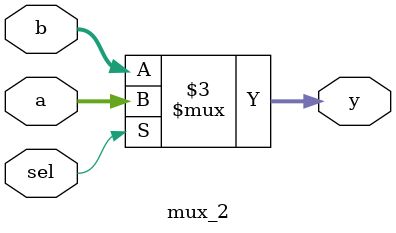
<source format=sv>

module mux_2 (
  input [1:0] a,b,
  input sel,
  output reg [1:0] y 
);
  
always_comb
  begin
    if(sel) 
      y = a;
    else
      y = b;
  end
  
  endmodule

</source>
